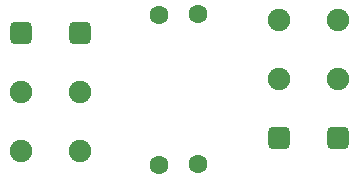
<source format=gbr>
%TF.GenerationSoftware,Altium Limited,Altium Designer,24.7.2 (38)*%
G04 Layer_Color=255*
%FSLAX43Y43*%
%MOMM*%
%TF.SameCoordinates,D15D1D2A-FCB6-4C81-826D-5CEFA5F89A76*%
%TF.FilePolarity,Positive*%
%TF.FileFunction,Pads,Bot*%
%TF.Part,Single*%
G01*
G75*
%TA.AperFunction,ComponentPad*%
%ADD11C,1.600*%
G04:AMPARAMS|DCode=12|XSize=1.9mm|YSize=1.9mm|CornerRadius=0.475mm|HoleSize=0mm|Usage=FLASHONLY|Rotation=90.000|XOffset=0mm|YOffset=0mm|HoleType=Round|Shape=RoundedRectangle|*
%AMROUNDEDRECTD12*
21,1,1.900,0.950,0,0,90.0*
21,1,0.950,1.900,0,0,90.0*
1,1,0.950,0.475,0.475*
1,1,0.950,0.475,-0.475*
1,1,0.950,-0.475,-0.475*
1,1,0.950,-0.475,0.475*
%
%ADD12ROUNDEDRECTD12*%
%ADD13C,1.900*%
D11*
X19437Y15054D02*
D03*
Y2354D02*
D03*
X16135Y2227D02*
D03*
Y14927D02*
D03*
D12*
X26250Y4500D02*
D03*
X31250D02*
D03*
X9445Y13458D02*
D03*
X4445D02*
D03*
D13*
X26250Y9500D02*
D03*
X31250D02*
D03*
Y14500D02*
D03*
X26250D02*
D03*
X9445Y8458D02*
D03*
X4445D02*
D03*
Y3458D02*
D03*
X9445D02*
D03*
%TF.MD5,fee11b4f5a765a4284eb95c9e284e76e*%
M02*

</source>
